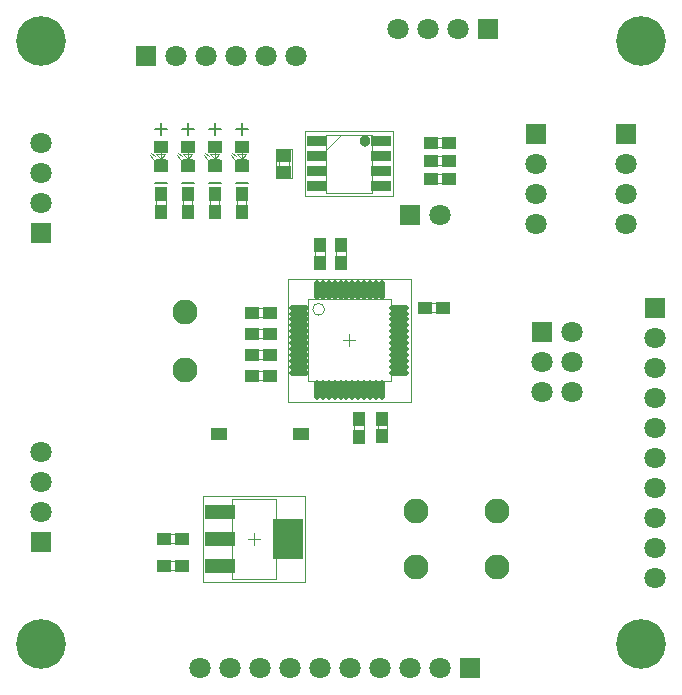
<source format=gts>
G04*
G04 #@! TF.GenerationSoftware,Altium Limited,Altium Designer,21.6.1 (37)*
G04*
G04 Layer_Color=8388736*
%FSTAX24Y24*%
%MOIN*%
G70*
G04*
G04 #@! TF.SameCoordinates,EF07AD57-FAF1-4C8D-99CD-AC66FC3846F0*
G04*
G04*
G04 #@! TF.FilePolarity,Negative*
G04*
G01*
G75*
%ADD21C,0.0039*%
%ADD22C,0.0020*%
%ADD23C,0.0080*%
%ADD34O,0.0651X0.0198*%
%ADD35O,0.0198X0.0651*%
%ADD36R,0.0454X0.0434*%
%ADD37R,0.0470X0.0387*%
%ADD38R,0.0680X0.0336*%
%ADD39R,0.0434X0.0454*%
%ADD40R,0.0466X0.0446*%
%ADD41R,0.1025X0.0474*%
%ADD42R,0.1025X0.1379*%
%ADD43R,0.0552X0.0395*%
%ADD44C,0.0830*%
%ADD45C,0.0710*%
%ADD46R,0.0710X0.0710*%
%ADD47R,0.0710X0.0710*%
%ADD48C,0.1655*%
%ADD49C,0.0380*%
D21*
X02145Y023047D02*
G03*
X02145Y023047I-000197J0D01*
G01*
X020899Y020645D02*
Y023401D01*
X023655D02*
X023655Y020645D01*
X020899Y023401D02*
X023655D01*
X020899Y020645D02*
X023655D01*
X024985Y027843D02*
Y028157D01*
X025615Y027843D02*
Y028157D01*
X024985D02*
X025615D01*
X024985Y027843D02*
X025615D01*
X024985Y028757D02*
X025615D01*
X024985Y028443D02*
X025615D01*
X024985D02*
Y028757D01*
X025615Y028443D02*
Y028757D01*
X020259Y027585D02*
Y028215D01*
X019941Y027585D02*
X020259D01*
X019941D02*
Y028215D01*
X020259D01*
X021509Y028865D02*
X023045D01*
Y026935D02*
Y028865D01*
X021509Y026935D02*
X023045D01*
X021509D02*
Y028865D01*
Y028365D02*
X022009Y028865D01*
X018328Y028184D02*
X018446Y028066D01*
X018367Y028263D02*
X018485Y028144D01*
X018689Y027985D02*
Y0283D01*
X018532Y028064D02*
X018846D01*
X018689D02*
X018846Y028221D01*
X018532D02*
X018689Y028064D01*
X018532Y028221D02*
X018846D01*
X017428Y028184D02*
X017546Y028066D01*
X017467Y028263D02*
X017585Y028144D01*
X017789Y027985D02*
Y0283D01*
X017631Y028064D02*
X017946D01*
X017789D02*
X017946Y028221D01*
X017631D02*
X017789Y028064D01*
X017631Y028221D02*
X017946D01*
X016731Y028221D02*
X017046D01*
X016731D02*
X016889Y028064D01*
X017046Y028221D01*
X016731Y028064D02*
X017046D01*
X016889Y027985D02*
Y0283D01*
X016567Y028263D02*
X016685Y028144D01*
X016528Y028184D02*
X016646Y028066D01*
X015832Y028221D02*
X016146D01*
X015832D02*
X015989Y028064D01*
X016146Y028221D01*
X015832Y028064D02*
X016146D01*
X015989Y027985D02*
Y0283D01*
X015667Y028263D02*
X015785Y028144D01*
X015628Y028184D02*
X015746Y028066D01*
X017046Y026268D02*
Y026897D01*
X016731Y026268D02*
Y026897D01*
X017046D01*
X016731Y026268D02*
X017046D01*
X016157Y02629D02*
Y02692D01*
X015843Y02629D02*
Y02692D01*
X016157D01*
X015843Y02629D02*
X016157D01*
X018372Y014074D02*
Y016712D01*
X019828Y014074D02*
Y016712D01*
X018372D02*
X019828D01*
X018372Y014074D02*
X019828D01*
X017946Y026268D02*
Y026897D01*
X017631Y026268D02*
Y026897D01*
X017946D01*
X017631Y026268D02*
X017946D01*
X018846D02*
Y026897D01*
X018532Y026268D02*
Y026897D01*
X018846D01*
X018532Y026268D02*
X018846D01*
X022757Y018785D02*
Y019415D01*
X022443Y018785D02*
Y019415D01*
X022757D01*
X022443Y018785D02*
X022757D01*
X021843Y024585D02*
X022157D01*
X021843Y025215D02*
X022157D01*
X021843Y024585D02*
Y025215D01*
X022157Y024585D02*
Y025215D01*
X024785Y022943D02*
Y023257D01*
X025415Y022943D02*
Y023257D01*
X024785D02*
X025415D01*
X024785Y022943D02*
X025415D01*
X019655Y021383D02*
Y021697D01*
X019025Y021383D02*
Y021697D01*
Y021383D02*
X019655D01*
X019025Y021697D02*
X019655D01*
X021457Y024585D02*
Y025215D01*
X021143Y024585D02*
Y025215D01*
X021457D01*
X021143Y024585D02*
X021457D01*
X023215Y019425D02*
X02353D01*
X023215Y018795D02*
X02353D01*
Y019425D01*
X023215Y018795D02*
Y019425D01*
X019655Y022783D02*
Y023097D01*
X019025Y022783D02*
Y023097D01*
Y022783D02*
X019655D01*
X019025Y023097D02*
X019655D01*
X019655Y020683D02*
Y020997D01*
X019025Y020683D02*
Y020997D01*
Y020683D02*
X019655D01*
X019025Y020997D02*
X019655D01*
X019655Y022083D02*
Y022397D01*
X019025Y022083D02*
Y022397D01*
Y022083D02*
X019655D01*
X019025Y022397D02*
X019655D01*
X016085Y015243D02*
X016715D01*
X016085Y015557D02*
X016715D01*
Y015243D02*
Y015557D01*
X016085Y015243D02*
Y015557D01*
X025615Y027243D02*
Y027557D01*
X024985Y027243D02*
Y027557D01*
Y027243D02*
X025615D01*
X024985Y027557D02*
X025615D01*
X01608Y014343D02*
X01671D01*
X01608Y014657D02*
X01671D01*
Y014343D02*
Y014657D01*
X01608Y014343D02*
Y014657D01*
X02208Y022023D02*
X022474D01*
X022277Y021826D02*
Y02222D01*
X017387Y013976D02*
Y016811D01*
X020813Y013976D02*
Y016811D01*
X017387D02*
X020813D01*
X017387Y013976D02*
X020813D01*
X018903Y015393D02*
X019297D01*
X0191Y015196D02*
Y01559D01*
D22*
X02023Y019976D02*
Y02407D01*
X024324Y019976D02*
Y02407D01*
X02023D02*
X024324D01*
X02023Y019976D02*
X024324D01*
X020356Y027412D02*
Y028388D01*
X019844Y027412D02*
X020356D01*
X019844D02*
Y028388D01*
X020356D01*
X02081Y028983D02*
X023743D01*
Y026817D02*
Y028983D01*
X02081Y026817D02*
X023743D01*
X02081D02*
Y028983D01*
D23*
X018492Y027276D02*
X018886D01*
X018492Y029048D02*
X018886D01*
X018689Y028851D02*
Y029245D01*
X017592Y027276D02*
X017986D01*
X017592Y029048D02*
X017986D01*
X017789Y028851D02*
Y029245D01*
X016889Y028851D02*
Y029245D01*
X016692Y029048D02*
X017086D01*
X016692Y027276D02*
X017086D01*
X015989Y028851D02*
Y029245D01*
X015792Y029048D02*
X016186D01*
X015792Y027276D02*
X016186D01*
D34*
X020613Y023106D02*
D03*
Y022909D02*
D03*
X020613Y022712D02*
D03*
X020613Y022515D02*
D03*
Y022318D02*
D03*
Y022122D02*
D03*
Y021925D02*
D03*
Y021728D02*
D03*
Y021531D02*
D03*
X020613Y021334D02*
D03*
X020613Y021137D02*
D03*
Y020941D02*
D03*
X02394D02*
D03*
Y021137D02*
D03*
X02394Y021334D02*
D03*
X02394Y021531D02*
D03*
Y021728D02*
D03*
Y021925D02*
D03*
Y022122D02*
D03*
Y022318D02*
D03*
Y022515D02*
D03*
X02394Y022712D02*
D03*
X02394Y022909D02*
D03*
Y023106D02*
D03*
D35*
X021194Y02036D02*
D03*
X021391D02*
D03*
X021588Y02036D02*
D03*
X021785Y02036D02*
D03*
X021981D02*
D03*
X022178D02*
D03*
X022375D02*
D03*
X022572D02*
D03*
X022769D02*
D03*
X022966Y02036D02*
D03*
X023163Y02036D02*
D03*
X023359D02*
D03*
Y023687D02*
D03*
X023163D02*
D03*
X022966Y023687D02*
D03*
X022769Y023687D02*
D03*
X022572D02*
D03*
X022375D02*
D03*
X022178D02*
D03*
X021981D02*
D03*
X021785D02*
D03*
X021588Y023687D02*
D03*
X021391Y023687D02*
D03*
X021194D02*
D03*
D36*
X025005Y028D02*
D03*
X025595D02*
D03*
X025005Y0286D02*
D03*
X025595D02*
D03*
Y0274D02*
D03*
X024805Y0231D02*
D03*
X025395D02*
D03*
X019635Y02154D02*
D03*
X019045D02*
D03*
X019635Y02294D02*
D03*
X019045D02*
D03*
X019635Y02084D02*
D03*
X019045D02*
D03*
X019635Y02224D02*
D03*
X019045D02*
D03*
X016695Y0154D02*
D03*
X016105D02*
D03*
X025005Y0274D02*
D03*
X016691Y0145D02*
D03*
X0161D02*
D03*
D37*
X0201Y028176D02*
D03*
Y027624D02*
D03*
D38*
X021209Y02865D02*
D03*
Y02815D02*
D03*
Y02765D02*
D03*
Y02715D02*
D03*
X023345D02*
D03*
Y02765D02*
D03*
Y02815D02*
D03*
Y02865D02*
D03*
D39*
X022Y025195D02*
D03*
X0226Y018805D02*
D03*
X016889Y026878D02*
D03*
Y026287D02*
D03*
X016Y0269D02*
D03*
Y026309D02*
D03*
X017789Y026878D02*
D03*
Y026287D02*
D03*
X018689Y026878D02*
D03*
Y026287D02*
D03*
X0226Y019395D02*
D03*
X022Y024605D02*
D03*
X0213Y025195D02*
D03*
Y024605D02*
D03*
X023373Y019405D02*
D03*
Y018815D02*
D03*
D40*
X018689Y028446D02*
D03*
Y027839D02*
D03*
X017789Y028446D02*
D03*
Y027839D02*
D03*
X016889D02*
D03*
Y028446D02*
D03*
X015989Y027839D02*
D03*
Y028446D02*
D03*
D41*
X017958Y016299D02*
D03*
Y015393D02*
D03*
Y014488D02*
D03*
D42*
X020242Y015393D02*
D03*
D43*
X017922Y0189D02*
D03*
X020678D02*
D03*
D44*
X02721Y01445D02*
D03*
X0245Y01633D02*
D03*
Y01445D02*
D03*
X02721Y01633D02*
D03*
X0168Y021035D02*
D03*
Y022965D02*
D03*
D45*
X012Y0286D02*
D03*
Y0266D02*
D03*
Y0276D02*
D03*
X0253Y0262D02*
D03*
X032448Y0221D02*
D03*
Y0201D02*
D03*
Y0191D02*
D03*
Y0181D02*
D03*
Y0171D02*
D03*
Y0161D02*
D03*
Y0151D02*
D03*
Y0141D02*
D03*
Y0211D02*
D03*
X0239Y0324D02*
D03*
X0249D02*
D03*
X0259D02*
D03*
X0175Y0315D02*
D03*
X0165D02*
D03*
X0185D02*
D03*
X0195D02*
D03*
X0205D02*
D03*
X0285Y0259D02*
D03*
Y0279D02*
D03*
Y0269D02*
D03*
X0297Y0223D02*
D03*
Y0213D02*
D03*
Y0203D02*
D03*
X0287Y0213D02*
D03*
Y0203D02*
D03*
X0253Y0111D02*
D03*
X0233D02*
D03*
X0223D02*
D03*
X0213D02*
D03*
X0203D02*
D03*
X0193D02*
D03*
X0183D02*
D03*
X0173D02*
D03*
X0243D02*
D03*
X012Y0183D02*
D03*
Y0163D02*
D03*
Y0173D02*
D03*
X0315Y0269D02*
D03*
Y0279D02*
D03*
Y0259D02*
D03*
D46*
X012Y0256D02*
D03*
X032448Y0231D02*
D03*
X0285Y0289D02*
D03*
X0287Y0223D02*
D03*
X012Y0153D02*
D03*
X0315Y0289D02*
D03*
D47*
X0243Y0262D02*
D03*
X0269Y0324D02*
D03*
X0155Y0315D02*
D03*
X0263Y0111D02*
D03*
D48*
X032Y0119D02*
D03*
X012D02*
D03*
X032Y032D02*
D03*
X012D02*
D03*
D49*
X0228Y02865D02*
D03*
M02*

</source>
